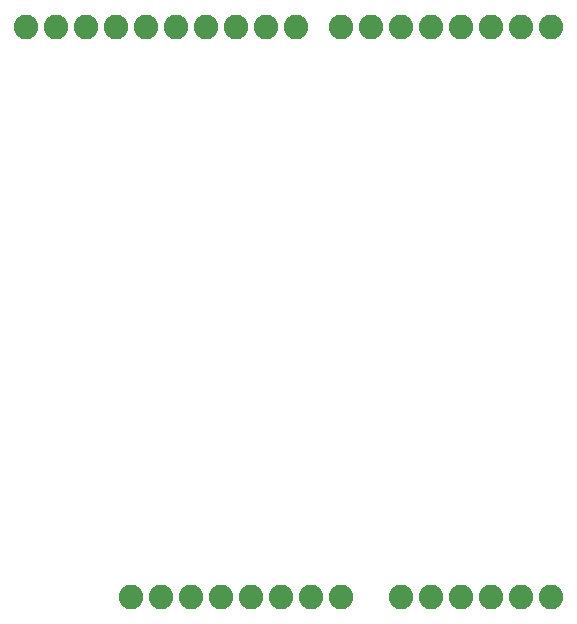
<source format=gbs>
%TF.GenerationSoftware,KiCad,Pcbnew,8.0.5*%
%TF.CreationDate,2024-10-24T20:07:57-06:00*%
%TF.ProjectId,Diorama_Controller,44696f72-616d-4615-9f43-6f6e74726f6c,v10*%
%TF.SameCoordinates,Original*%
%TF.FileFunction,Soldermask,Bot*%
%TF.FilePolarity,Negative*%
%FSLAX46Y46*%
G04 Gerber Fmt 4.6, Leading zero omitted, Abs format (unit mm)*
G04 Created by KiCad (PCBNEW 8.0.5) date 2024-10-24 20:07:57*
%MOMM*%
%LPD*%
G01*
G04 APERTURE LIST*
%ADD10C,2.082800*%
G04 APERTURE END LIST*
D10*
%TO.C,B1*%
X26670000Y2540000D03*
X29210000Y2540000D03*
X41910000Y2540000D03*
X44450000Y2540000D03*
X46990000Y2540000D03*
X49530000Y2540000D03*
X12700000Y50800000D03*
X52070000Y2540000D03*
X10160000Y50800000D03*
X54610000Y2540000D03*
X15240000Y50800000D03*
X54610000Y50800000D03*
X52070000Y50800000D03*
X49530000Y50800000D03*
X46990000Y50800000D03*
X44450000Y50800000D03*
X41910000Y50800000D03*
X39370000Y50800000D03*
X36830000Y50800000D03*
X33020000Y50800000D03*
X30480000Y50800000D03*
X27940000Y50800000D03*
X25400000Y50800000D03*
X22860000Y50800000D03*
X20320000Y50800000D03*
X17780000Y50800000D03*
X34290000Y2540000D03*
X31750000Y2540000D03*
X21590000Y2540000D03*
X19050000Y2540000D03*
X36830000Y2540000D03*
X24130000Y2540000D03*
%TD*%
M02*

</source>
